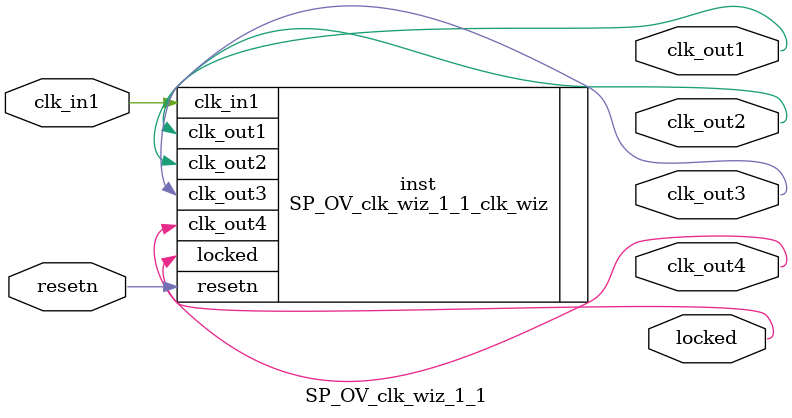
<source format=v>


`timescale 1ps/1ps

(* CORE_GENERATION_INFO = "SP_OV_clk_wiz_1_1,clk_wiz_v6_0_3_0_0,{component_name=SP_OV_clk_wiz_1_1,use_phase_alignment=true,use_min_o_jitter=false,use_max_i_jitter=false,use_dyn_phase_shift=false,use_inclk_switchover=false,use_dyn_reconfig=false,enable_axi=0,feedback_source=FDBK_AUTO,PRIMITIVE=MMCM,num_out_clk=4,clkin1_period=10.000,clkin2_period=10.000,use_power_down=false,use_reset=true,use_locked=true,use_inclk_stopped=false,feedback_type=SINGLE,CLOCK_MGR_TYPE=NA,manual_override=false}" *)

module SP_OV_clk_wiz_1_1 
 (
  // Clock out ports
  output        clk_out1,
  output        clk_out2,
  output        clk_out3,
  output        clk_out4,
  // Status and control signals
  input         resetn,
  output        locked,
 // Clock in ports
  input         clk_in1
 );

  SP_OV_clk_wiz_1_1_clk_wiz inst
  (
  // Clock out ports  
  .clk_out1(clk_out1),
  .clk_out2(clk_out2),
  .clk_out3(clk_out3),
  .clk_out4(clk_out4),
  // Status and control signals               
  .resetn(resetn), 
  .locked(locked),
 // Clock in ports
  .clk_in1(clk_in1)
  );

endmodule

</source>
